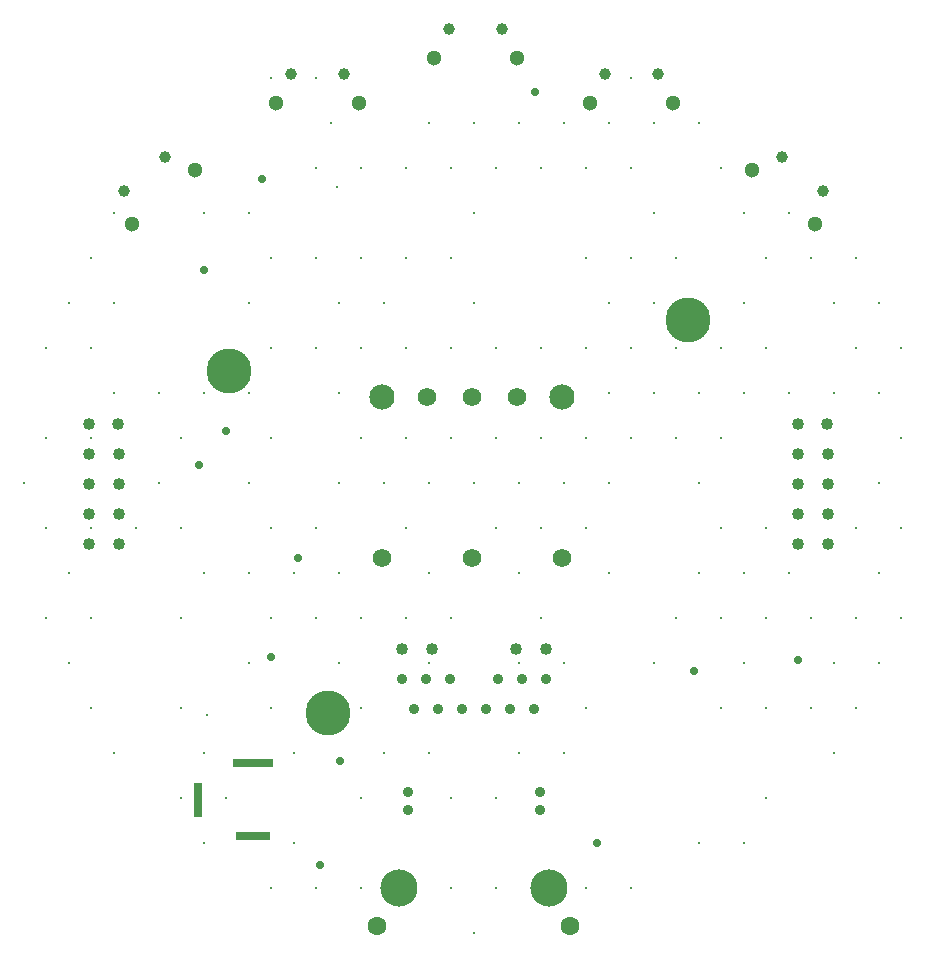
<source format=gbr>
%TF.GenerationSoftware,Altium Limited,Altium Designer,18.1.6 (161)*%
G04 Layer_Color=0*
%FSLAX26Y26*%
%MOIN*%
%TF.FileFunction,Plated,1,2,PTH,Drill*%
%TF.Part,Single*%
G01*
G75*
%TA.AperFunction,ComponentDrill*%
%ADD89C,0.150000*%
%ADD90C,0.039370*%
%ADD91C,0.051181*%
%ADD92C,0.035000*%
%ADD93C,0.040000*%
%ADD94C,0.124000*%
%ADD95C,0.063000*%
%ADD96C,0.051181*%
%ADD97C,0.039370*%
%ADD98C,0.051181*%
%ADD99C,0.039370*%
%ADD100C,0.084000*%
%ADD101C,0.062000*%
%ADD102R,0.031496X0.118110*%
%ADD103R,0.118110X0.031496*%
%ADD104R,0.137795X0.031496*%
%ADD105C,0.040000*%
%TA.AperFunction,ViaDrill,NotFilled*%
%ADD106C,0.012000*%
%ADD107C,0.013000*%
%ADD108C,0.028000*%
D89*
X2664997Y2385000D02*
D03*
X3864997Y3695000D02*
D03*
X2334997Y3525000D02*
D03*
D90*
X1984283Y4123060D02*
D03*
X2120000Y4236940D02*
D03*
D91*
X2009851Y4016029D02*
D03*
X2220965Y4193175D02*
D03*
D92*
X3230000Y2497000D02*
D03*
X3310000D02*
D03*
X3390000D02*
D03*
X3070000D02*
D03*
X2990000D02*
D03*
X2910000D02*
D03*
X2950000Y2397000D02*
D03*
X3030000D02*
D03*
X3110000D02*
D03*
X3190000D02*
D03*
X3270000D02*
D03*
X3350000D02*
D03*
X2930000Y2121000D02*
D03*
X3370000D02*
D03*
X2930000Y2060000D02*
D03*
X3370000D02*
D03*
D93*
X2910000Y2597000D02*
D03*
X3010000D02*
D03*
X3290000D02*
D03*
X3390000D02*
D03*
D94*
X2900000Y1801000D02*
D03*
X3400000D02*
D03*
D95*
X2828000Y1676000D02*
D03*
X3472000D02*
D03*
D96*
X2767795Y4416575D02*
D03*
X2492205D02*
D03*
X3292401Y4566575D02*
D03*
X3016811D02*
D03*
X3812795Y4416575D02*
D03*
X3537205D02*
D03*
D97*
X2718583Y4515000D02*
D03*
X2541417D02*
D03*
X3243189Y4665000D02*
D03*
X3066023D02*
D03*
X3763583Y4515000D02*
D03*
X3586417D02*
D03*
D98*
X4287291Y4016029D02*
D03*
X4076176Y4193175D02*
D03*
D99*
X4312858Y4123060D02*
D03*
X4177142Y4236940D02*
D03*
D100*
X2845000Y3437000D02*
D03*
X3445000D02*
D03*
D101*
X2995000D02*
D03*
X3145000D02*
D03*
X3295000D02*
D03*
X2845000Y2900000D02*
D03*
X3145000D02*
D03*
X3445000D02*
D03*
D102*
X2229961Y2093110D02*
D03*
D103*
X2415000Y1975000D02*
D03*
D104*
Y2219095D02*
D03*
D105*
X4330709Y2949606D02*
D03*
Y3049606D02*
D03*
Y3149606D02*
D03*
Y3249606D02*
D03*
X4325709Y3349606D02*
D03*
X4230709D02*
D03*
Y3249606D02*
D03*
Y3149606D02*
D03*
Y3049606D02*
D03*
Y2949606D02*
D03*
X1968504D02*
D03*
Y3049606D02*
D03*
Y3149606D02*
D03*
Y3249606D02*
D03*
X1963504Y3349606D02*
D03*
X1868504D02*
D03*
Y3249606D02*
D03*
Y3149606D02*
D03*
Y3049606D02*
D03*
Y2949606D02*
D03*
D106*
X4500000Y3750000D02*
D03*
X4575000Y3600000D02*
D03*
X4500000Y3450000D02*
D03*
X4575000Y3300000D02*
D03*
X4500000Y3150000D02*
D03*
X4575000Y3000000D02*
D03*
X4500000Y2850000D02*
D03*
X4575000Y2700000D02*
D03*
X4500000Y2550000D02*
D03*
X4425000Y3900000D02*
D03*
X4350000Y3750000D02*
D03*
X4425000Y3600000D02*
D03*
X4350000Y3450000D02*
D03*
X4425000Y3000000D02*
D03*
Y2700000D02*
D03*
X4350000Y2550000D02*
D03*
X4425000Y2400000D02*
D03*
X4350000Y2250000D02*
D03*
X4200000Y4050000D02*
D03*
X4275000Y3900000D02*
D03*
X4200000Y3450000D02*
D03*
Y2850000D02*
D03*
X4275000Y2700000D02*
D03*
Y2400000D02*
D03*
X4050000Y4050000D02*
D03*
X4125000Y3900000D02*
D03*
X4050000Y3750000D02*
D03*
X4125000Y3600000D02*
D03*
X4050000Y3450000D02*
D03*
X4125000Y3000000D02*
D03*
X4050000Y2850000D02*
D03*
X4125000Y2700000D02*
D03*
X4050000Y2550000D02*
D03*
X4125000Y2400000D02*
D03*
Y2100000D02*
D03*
X4050000Y1950000D02*
D03*
X3900000Y4350000D02*
D03*
X3975000Y4200000D02*
D03*
Y3600000D02*
D03*
X3900000Y3450000D02*
D03*
X3975000Y3300000D02*
D03*
X3900000Y3150000D02*
D03*
X3975000Y3000000D02*
D03*
X3900000Y2850000D02*
D03*
X3975000Y2700000D02*
D03*
Y2400000D02*
D03*
X3900000Y1950000D02*
D03*
X3750000Y4350000D02*
D03*
Y4050000D02*
D03*
X3825000Y3900000D02*
D03*
X3750000Y3750000D02*
D03*
X3825000Y3600000D02*
D03*
X3750000Y3450000D02*
D03*
X3825000Y3300000D02*
D03*
Y2700000D02*
D03*
X3750000Y2550000D02*
D03*
X3675000Y4500000D02*
D03*
X3600000Y4350000D02*
D03*
X3675000Y4200000D02*
D03*
Y3900000D02*
D03*
X3600000Y3750000D02*
D03*
X3675000Y3600000D02*
D03*
X3600000Y3450000D02*
D03*
X3675000Y3300000D02*
D03*
X3600000Y3150000D02*
D03*
Y2850000D02*
D03*
X3675000Y1800000D02*
D03*
X3450000Y4350000D02*
D03*
X3525000Y4200000D02*
D03*
Y3900000D02*
D03*
Y3600000D02*
D03*
Y3300000D02*
D03*
X3450000Y3150000D02*
D03*
X3525000Y3000000D02*
D03*
X3450000Y2550000D02*
D03*
X3525000Y2400000D02*
D03*
X3450000Y2250000D02*
D03*
X3525000Y1800000D02*
D03*
X3300000Y4350000D02*
D03*
X3375000Y4200000D02*
D03*
Y3600000D02*
D03*
Y3300000D02*
D03*
X3300000Y3150000D02*
D03*
X3375000Y3000000D02*
D03*
X3300000Y2850000D02*
D03*
X3375000Y2700000D02*
D03*
X3300000Y2550000D02*
D03*
Y2250000D02*
D03*
X3150000Y4350000D02*
D03*
X3225000Y4200000D02*
D03*
X3150000Y4050000D02*
D03*
Y3750000D02*
D03*
X3225000Y3600000D02*
D03*
Y3300000D02*
D03*
X3150000Y3150000D02*
D03*
X3225000Y3000000D02*
D03*
Y2100000D02*
D03*
Y1800000D02*
D03*
X3150000Y1650000D02*
D03*
X3000000Y4350000D02*
D03*
X3075000Y4200000D02*
D03*
Y3900000D02*
D03*
Y3600000D02*
D03*
Y3300000D02*
D03*
X3000000Y3150000D02*
D03*
Y2850000D02*
D03*
X3075000Y2700000D02*
D03*
X3000000Y2550000D02*
D03*
Y2250000D02*
D03*
X3075000Y2100000D02*
D03*
Y1800000D02*
D03*
X2925000Y4200000D02*
D03*
Y3900000D02*
D03*
X2850000Y3750000D02*
D03*
X2925000Y3600000D02*
D03*
Y3300000D02*
D03*
X2850000Y3150000D02*
D03*
X2925000Y3000000D02*
D03*
Y2700000D02*
D03*
X2850000Y2250000D02*
D03*
X2775000Y4200000D02*
D03*
Y3900000D02*
D03*
X2700000Y3750000D02*
D03*
X2775000Y3600000D02*
D03*
X2700000Y3450000D02*
D03*
X2775000Y3300000D02*
D03*
X2700000Y3150000D02*
D03*
Y2850000D02*
D03*
X2775000Y2700000D02*
D03*
X2700000Y2550000D02*
D03*
X2775000Y2400000D02*
D03*
Y2100000D02*
D03*
Y1800000D02*
D03*
X2625000Y4500000D02*
D03*
Y4200000D02*
D03*
Y3900000D02*
D03*
Y3600000D02*
D03*
Y3000000D02*
D03*
X2550000Y2850000D02*
D03*
X2625000Y2700000D02*
D03*
X2550000Y2250000D02*
D03*
Y1950000D02*
D03*
X2625000Y1800000D02*
D03*
X2475000Y4500000D02*
D03*
X2400000Y4050000D02*
D03*
X2475000Y3900000D02*
D03*
X2400000Y3750000D02*
D03*
X2475000Y3600000D02*
D03*
X2400000Y3450000D02*
D03*
X2475000Y3300000D02*
D03*
X2400000Y3150000D02*
D03*
X2475000Y3000000D02*
D03*
X2400000Y2850000D02*
D03*
X2475000Y2700000D02*
D03*
X2400000Y2550000D02*
D03*
X2475000Y2400000D02*
D03*
Y1800000D02*
D03*
X2250000Y4050000D02*
D03*
Y3450000D02*
D03*
Y2850000D02*
D03*
Y2250000D02*
D03*
X2325000Y2100000D02*
D03*
X2250000Y1950000D02*
D03*
X2100000Y3450000D02*
D03*
X2175000Y3300000D02*
D03*
X2100000Y3150000D02*
D03*
X2175000Y3000000D02*
D03*
Y2700000D02*
D03*
Y2400000D02*
D03*
Y2100000D02*
D03*
X1950000Y4050000D02*
D03*
Y3750000D02*
D03*
Y3450000D02*
D03*
X2025000Y3000000D02*
D03*
X1950000Y2250000D02*
D03*
X1875000Y3900000D02*
D03*
X1800000Y3750000D02*
D03*
X1875000Y3600000D02*
D03*
Y3300000D02*
D03*
Y3000000D02*
D03*
X1800000Y2850000D02*
D03*
X1875000Y2700000D02*
D03*
X1800000Y2550000D02*
D03*
X1875000Y2400000D02*
D03*
X1725000Y3600000D02*
D03*
Y3300000D02*
D03*
X1650000Y3150000D02*
D03*
X1725000Y3000000D02*
D03*
Y2700000D02*
D03*
D107*
X2260000Y2377795D02*
D03*
X2695000Y4137816D02*
D03*
X2675000Y4350000D02*
D03*
D108*
X2705000Y2224095D02*
D03*
X2636496Y1878504D02*
D03*
X3355000Y4455000D02*
D03*
X2565000Y2900000D02*
D03*
X2250000Y3860000D02*
D03*
X2443189Y4165000D02*
D03*
X3560000Y1950000D02*
D03*
X4230709Y2560000D02*
D03*
X3885000Y2525000D02*
D03*
X2235000Y3210000D02*
D03*
X2475000Y2570000D02*
D03*
X2325000Y3323189D02*
D03*
%TF.MD5,089ece412f2e68cfeb8e301aa2681dda*%
M02*

</source>
